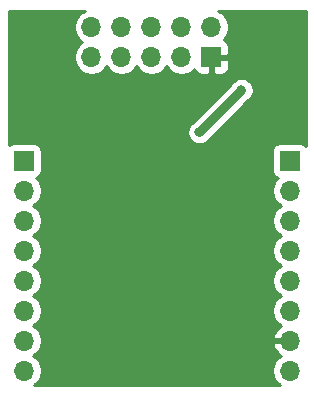
<source format=gbr>
G04 #@! TF.GenerationSoftware,KiCad,Pcbnew,5.1.5-1.fc31*
G04 #@! TF.CreationDate,2020-04-10T18:01:58-07:00*
G04 #@! TF.ProjectId,AdapterBoard,41646170-7465-4724-926f-6172642e6b69,rev?*
G04 #@! TF.SameCoordinates,Original*
G04 #@! TF.FileFunction,Copper,L1,Top*
G04 #@! TF.FilePolarity,Positive*
%FSLAX46Y46*%
G04 Gerber Fmt 4.6, Leading zero omitted, Abs format (unit mm)*
G04 Created by KiCad (PCBNEW 5.1.5-1.fc31) date 2020-04-10 18:01:58*
%MOMM*%
%LPD*%
G04 APERTURE LIST*
%ADD10O,1.700000X1.700000*%
%ADD11R,1.700000X1.700000*%
%ADD12C,0.800000*%
%ADD13C,0.750000*%
%ADD14C,0.254000*%
G04 APERTURE END LIST*
D10*
X157500000Y-78620000D03*
X157500000Y-76080000D03*
X157500000Y-73540000D03*
X157500000Y-71000000D03*
X157500000Y-68460000D03*
X157500000Y-65920000D03*
X157500000Y-63380000D03*
D11*
X157500000Y-60840000D03*
D10*
X140716000Y-49530000D03*
X140716000Y-52070000D03*
X143256000Y-49530000D03*
X143256000Y-52070000D03*
X145796000Y-49530000D03*
X145796000Y-52070000D03*
X148336000Y-49530000D03*
X148336000Y-52070000D03*
X150876000Y-49530000D03*
D11*
X150876000Y-52070000D03*
D10*
X135000000Y-78620000D03*
X135000000Y-76080000D03*
X135000000Y-73540000D03*
X135000000Y-71000000D03*
X135000000Y-68460000D03*
X135000000Y-65920000D03*
X135000000Y-63380000D03*
D11*
X135000000Y-60840000D03*
D12*
X153416000Y-54864000D03*
X149860000Y-58420000D03*
D13*
X153416000Y-54864000D02*
X149860000Y-58420000D01*
D14*
G36*
X140012589Y-48214010D02*
G01*
X139769368Y-48376525D01*
X139562525Y-48583368D01*
X139400010Y-48826589D01*
X139288068Y-49096842D01*
X139231000Y-49383740D01*
X139231000Y-49676260D01*
X139288068Y-49963158D01*
X139400010Y-50233411D01*
X139562525Y-50476632D01*
X139769368Y-50683475D01*
X139943760Y-50800000D01*
X139769368Y-50916525D01*
X139562525Y-51123368D01*
X139400010Y-51366589D01*
X139288068Y-51636842D01*
X139231000Y-51923740D01*
X139231000Y-52216260D01*
X139288068Y-52503158D01*
X139400010Y-52773411D01*
X139562525Y-53016632D01*
X139769368Y-53223475D01*
X140012589Y-53385990D01*
X140282842Y-53497932D01*
X140569740Y-53555000D01*
X140862260Y-53555000D01*
X141149158Y-53497932D01*
X141419411Y-53385990D01*
X141662632Y-53223475D01*
X141869475Y-53016632D01*
X141986000Y-52842240D01*
X142102525Y-53016632D01*
X142309368Y-53223475D01*
X142552589Y-53385990D01*
X142822842Y-53497932D01*
X143109740Y-53555000D01*
X143402260Y-53555000D01*
X143689158Y-53497932D01*
X143959411Y-53385990D01*
X144202632Y-53223475D01*
X144409475Y-53016632D01*
X144526000Y-52842240D01*
X144642525Y-53016632D01*
X144849368Y-53223475D01*
X145092589Y-53385990D01*
X145362842Y-53497932D01*
X145649740Y-53555000D01*
X145942260Y-53555000D01*
X146229158Y-53497932D01*
X146499411Y-53385990D01*
X146742632Y-53223475D01*
X146949475Y-53016632D01*
X147066000Y-52842240D01*
X147182525Y-53016632D01*
X147389368Y-53223475D01*
X147632589Y-53385990D01*
X147902842Y-53497932D01*
X148189740Y-53555000D01*
X148482260Y-53555000D01*
X148769158Y-53497932D01*
X149039411Y-53385990D01*
X149282632Y-53223475D01*
X149414487Y-53091620D01*
X149436498Y-53164180D01*
X149495463Y-53274494D01*
X149574815Y-53371185D01*
X149671506Y-53450537D01*
X149781820Y-53509502D01*
X149901518Y-53545812D01*
X150026000Y-53558072D01*
X150590250Y-53555000D01*
X150749000Y-53396250D01*
X150749000Y-52197000D01*
X151003000Y-52197000D01*
X151003000Y-53396250D01*
X151161750Y-53555000D01*
X151726000Y-53558072D01*
X151850482Y-53545812D01*
X151970180Y-53509502D01*
X152080494Y-53450537D01*
X152177185Y-53371185D01*
X152256537Y-53274494D01*
X152315502Y-53164180D01*
X152351812Y-53044482D01*
X152364072Y-52920000D01*
X152361000Y-52355750D01*
X152202250Y-52197000D01*
X151003000Y-52197000D01*
X150749000Y-52197000D01*
X150729000Y-52197000D01*
X150729000Y-51943000D01*
X150749000Y-51943000D01*
X150749000Y-51923000D01*
X151003000Y-51923000D01*
X151003000Y-51943000D01*
X152202250Y-51943000D01*
X152361000Y-51784250D01*
X152364072Y-51220000D01*
X152351812Y-51095518D01*
X152315502Y-50975820D01*
X152256537Y-50865506D01*
X152177185Y-50768815D01*
X152080494Y-50689463D01*
X151970180Y-50630498D01*
X151897620Y-50608487D01*
X152029475Y-50476632D01*
X152191990Y-50233411D01*
X152303932Y-49963158D01*
X152361000Y-49676260D01*
X152361000Y-49383740D01*
X152303932Y-49096842D01*
X152191990Y-48826589D01*
X152029475Y-48583368D01*
X151822632Y-48376525D01*
X151579411Y-48214010D01*
X151449019Y-48160000D01*
X158840000Y-48160000D01*
X158840001Y-59586112D01*
X158801185Y-59538815D01*
X158704494Y-59459463D01*
X158594180Y-59400498D01*
X158474482Y-59364188D01*
X158350000Y-59351928D01*
X156650000Y-59351928D01*
X156525518Y-59364188D01*
X156405820Y-59400498D01*
X156295506Y-59459463D01*
X156198815Y-59538815D01*
X156119463Y-59635506D01*
X156060498Y-59745820D01*
X156024188Y-59865518D01*
X156011928Y-59990000D01*
X156011928Y-61690000D01*
X156024188Y-61814482D01*
X156060498Y-61934180D01*
X156119463Y-62044494D01*
X156198815Y-62141185D01*
X156295506Y-62220537D01*
X156405820Y-62279502D01*
X156478380Y-62301513D01*
X156346525Y-62433368D01*
X156184010Y-62676589D01*
X156072068Y-62946842D01*
X156015000Y-63233740D01*
X156015000Y-63526260D01*
X156072068Y-63813158D01*
X156184010Y-64083411D01*
X156346525Y-64326632D01*
X156553368Y-64533475D01*
X156727760Y-64650000D01*
X156553368Y-64766525D01*
X156346525Y-64973368D01*
X156184010Y-65216589D01*
X156072068Y-65486842D01*
X156015000Y-65773740D01*
X156015000Y-66066260D01*
X156072068Y-66353158D01*
X156184010Y-66623411D01*
X156346525Y-66866632D01*
X156553368Y-67073475D01*
X156727760Y-67190000D01*
X156553368Y-67306525D01*
X156346525Y-67513368D01*
X156184010Y-67756589D01*
X156072068Y-68026842D01*
X156015000Y-68313740D01*
X156015000Y-68606260D01*
X156072068Y-68893158D01*
X156184010Y-69163411D01*
X156346525Y-69406632D01*
X156553368Y-69613475D01*
X156727760Y-69730000D01*
X156553368Y-69846525D01*
X156346525Y-70053368D01*
X156184010Y-70296589D01*
X156072068Y-70566842D01*
X156015000Y-70853740D01*
X156015000Y-71146260D01*
X156072068Y-71433158D01*
X156184010Y-71703411D01*
X156346525Y-71946632D01*
X156553368Y-72153475D01*
X156727760Y-72270000D01*
X156553368Y-72386525D01*
X156346525Y-72593368D01*
X156184010Y-72836589D01*
X156072068Y-73106842D01*
X156015000Y-73393740D01*
X156015000Y-73686260D01*
X156072068Y-73973158D01*
X156184010Y-74243411D01*
X156346525Y-74486632D01*
X156553368Y-74693475D01*
X156735534Y-74815195D01*
X156618645Y-74884822D01*
X156402412Y-75079731D01*
X156228359Y-75313080D01*
X156103175Y-75575901D01*
X156058524Y-75723110D01*
X156179845Y-75953000D01*
X157373000Y-75953000D01*
X157373000Y-75933000D01*
X157627000Y-75933000D01*
X157627000Y-75953000D01*
X157647000Y-75953000D01*
X157647000Y-76207000D01*
X157627000Y-76207000D01*
X157627000Y-76227000D01*
X157373000Y-76227000D01*
X157373000Y-76207000D01*
X156179845Y-76207000D01*
X156058524Y-76436890D01*
X156103175Y-76584099D01*
X156228359Y-76846920D01*
X156402412Y-77080269D01*
X156618645Y-77275178D01*
X156735534Y-77344805D01*
X156553368Y-77466525D01*
X156346525Y-77673368D01*
X156184010Y-77916589D01*
X156072068Y-78186842D01*
X156015000Y-78473740D01*
X156015000Y-78766260D01*
X156072068Y-79053158D01*
X156184010Y-79323411D01*
X156346525Y-79566632D01*
X156553368Y-79773475D01*
X156652930Y-79840000D01*
X135847070Y-79840000D01*
X135946632Y-79773475D01*
X136153475Y-79566632D01*
X136315990Y-79323411D01*
X136427932Y-79053158D01*
X136485000Y-78766260D01*
X136485000Y-78473740D01*
X136427932Y-78186842D01*
X136315990Y-77916589D01*
X136153475Y-77673368D01*
X135946632Y-77466525D01*
X135772240Y-77350000D01*
X135946632Y-77233475D01*
X136153475Y-77026632D01*
X136315990Y-76783411D01*
X136427932Y-76513158D01*
X136485000Y-76226260D01*
X136485000Y-75933740D01*
X136427932Y-75646842D01*
X136315990Y-75376589D01*
X136153475Y-75133368D01*
X135946632Y-74926525D01*
X135772240Y-74810000D01*
X135946632Y-74693475D01*
X136153475Y-74486632D01*
X136315990Y-74243411D01*
X136427932Y-73973158D01*
X136485000Y-73686260D01*
X136485000Y-73393740D01*
X136427932Y-73106842D01*
X136315990Y-72836589D01*
X136153475Y-72593368D01*
X135946632Y-72386525D01*
X135772240Y-72270000D01*
X135946632Y-72153475D01*
X136153475Y-71946632D01*
X136315990Y-71703411D01*
X136427932Y-71433158D01*
X136485000Y-71146260D01*
X136485000Y-70853740D01*
X136427932Y-70566842D01*
X136315990Y-70296589D01*
X136153475Y-70053368D01*
X135946632Y-69846525D01*
X135772240Y-69730000D01*
X135946632Y-69613475D01*
X136153475Y-69406632D01*
X136315990Y-69163411D01*
X136427932Y-68893158D01*
X136485000Y-68606260D01*
X136485000Y-68313740D01*
X136427932Y-68026842D01*
X136315990Y-67756589D01*
X136153475Y-67513368D01*
X135946632Y-67306525D01*
X135772240Y-67190000D01*
X135946632Y-67073475D01*
X136153475Y-66866632D01*
X136315990Y-66623411D01*
X136427932Y-66353158D01*
X136485000Y-66066260D01*
X136485000Y-65773740D01*
X136427932Y-65486842D01*
X136315990Y-65216589D01*
X136153475Y-64973368D01*
X135946632Y-64766525D01*
X135772240Y-64650000D01*
X135946632Y-64533475D01*
X136153475Y-64326632D01*
X136315990Y-64083411D01*
X136427932Y-63813158D01*
X136485000Y-63526260D01*
X136485000Y-63233740D01*
X136427932Y-62946842D01*
X136315990Y-62676589D01*
X136153475Y-62433368D01*
X136021620Y-62301513D01*
X136094180Y-62279502D01*
X136204494Y-62220537D01*
X136301185Y-62141185D01*
X136380537Y-62044494D01*
X136439502Y-61934180D01*
X136475812Y-61814482D01*
X136488072Y-61690000D01*
X136488072Y-59990000D01*
X136475812Y-59865518D01*
X136439502Y-59745820D01*
X136380537Y-59635506D01*
X136301185Y-59538815D01*
X136204494Y-59459463D01*
X136094180Y-59400498D01*
X135974482Y-59364188D01*
X135850000Y-59351928D01*
X134150000Y-59351928D01*
X134025518Y-59364188D01*
X133905820Y-59400498D01*
X133795506Y-59459463D01*
X133731000Y-59512402D01*
X133731000Y-58318061D01*
X148825000Y-58318061D01*
X148825000Y-58521939D01*
X148864774Y-58721898D01*
X148942795Y-58910256D01*
X149056063Y-59079774D01*
X149200226Y-59223937D01*
X149369744Y-59337205D01*
X149558102Y-59415226D01*
X149758061Y-59455000D01*
X149961939Y-59455000D01*
X150161898Y-59415226D01*
X150350256Y-59337205D01*
X150519774Y-59223937D01*
X150663937Y-59079774D01*
X150735132Y-58973223D01*
X153969223Y-55739132D01*
X154075774Y-55667937D01*
X154219937Y-55523774D01*
X154333205Y-55354256D01*
X154411226Y-55165898D01*
X154451000Y-54965939D01*
X154451000Y-54762061D01*
X154411226Y-54562102D01*
X154333205Y-54373744D01*
X154219937Y-54204226D01*
X154075774Y-54060063D01*
X153906256Y-53946795D01*
X153717898Y-53868774D01*
X153517939Y-53829000D01*
X153314061Y-53829000D01*
X153114102Y-53868774D01*
X152925744Y-53946795D01*
X152756226Y-54060063D01*
X152612063Y-54204226D01*
X152540868Y-54310777D01*
X149306777Y-57544868D01*
X149200226Y-57616063D01*
X149056063Y-57760226D01*
X148942795Y-57929744D01*
X148864774Y-58118102D01*
X148825000Y-58318061D01*
X133731000Y-58318061D01*
X133731000Y-48160000D01*
X140142981Y-48160000D01*
X140012589Y-48214010D01*
G37*
X140012589Y-48214010D02*
X139769368Y-48376525D01*
X139562525Y-48583368D01*
X139400010Y-48826589D01*
X139288068Y-49096842D01*
X139231000Y-49383740D01*
X139231000Y-49676260D01*
X139288068Y-49963158D01*
X139400010Y-50233411D01*
X139562525Y-50476632D01*
X139769368Y-50683475D01*
X139943760Y-50800000D01*
X139769368Y-50916525D01*
X139562525Y-51123368D01*
X139400010Y-51366589D01*
X139288068Y-51636842D01*
X139231000Y-51923740D01*
X139231000Y-52216260D01*
X139288068Y-52503158D01*
X139400010Y-52773411D01*
X139562525Y-53016632D01*
X139769368Y-53223475D01*
X140012589Y-53385990D01*
X140282842Y-53497932D01*
X140569740Y-53555000D01*
X140862260Y-53555000D01*
X141149158Y-53497932D01*
X141419411Y-53385990D01*
X141662632Y-53223475D01*
X141869475Y-53016632D01*
X141986000Y-52842240D01*
X142102525Y-53016632D01*
X142309368Y-53223475D01*
X142552589Y-53385990D01*
X142822842Y-53497932D01*
X143109740Y-53555000D01*
X143402260Y-53555000D01*
X143689158Y-53497932D01*
X143959411Y-53385990D01*
X144202632Y-53223475D01*
X144409475Y-53016632D01*
X144526000Y-52842240D01*
X144642525Y-53016632D01*
X144849368Y-53223475D01*
X145092589Y-53385990D01*
X145362842Y-53497932D01*
X145649740Y-53555000D01*
X145942260Y-53555000D01*
X146229158Y-53497932D01*
X146499411Y-53385990D01*
X146742632Y-53223475D01*
X146949475Y-53016632D01*
X147066000Y-52842240D01*
X147182525Y-53016632D01*
X147389368Y-53223475D01*
X147632589Y-53385990D01*
X147902842Y-53497932D01*
X148189740Y-53555000D01*
X148482260Y-53555000D01*
X148769158Y-53497932D01*
X149039411Y-53385990D01*
X149282632Y-53223475D01*
X149414487Y-53091620D01*
X149436498Y-53164180D01*
X149495463Y-53274494D01*
X149574815Y-53371185D01*
X149671506Y-53450537D01*
X149781820Y-53509502D01*
X149901518Y-53545812D01*
X150026000Y-53558072D01*
X150590250Y-53555000D01*
X150749000Y-53396250D01*
X150749000Y-52197000D01*
X151003000Y-52197000D01*
X151003000Y-53396250D01*
X151161750Y-53555000D01*
X151726000Y-53558072D01*
X151850482Y-53545812D01*
X151970180Y-53509502D01*
X152080494Y-53450537D01*
X152177185Y-53371185D01*
X152256537Y-53274494D01*
X152315502Y-53164180D01*
X152351812Y-53044482D01*
X152364072Y-52920000D01*
X152361000Y-52355750D01*
X152202250Y-52197000D01*
X151003000Y-52197000D01*
X150749000Y-52197000D01*
X150729000Y-52197000D01*
X150729000Y-51943000D01*
X150749000Y-51943000D01*
X150749000Y-51923000D01*
X151003000Y-51923000D01*
X151003000Y-51943000D01*
X152202250Y-51943000D01*
X152361000Y-51784250D01*
X152364072Y-51220000D01*
X152351812Y-51095518D01*
X152315502Y-50975820D01*
X152256537Y-50865506D01*
X152177185Y-50768815D01*
X152080494Y-50689463D01*
X151970180Y-50630498D01*
X151897620Y-50608487D01*
X152029475Y-50476632D01*
X152191990Y-50233411D01*
X152303932Y-49963158D01*
X152361000Y-49676260D01*
X152361000Y-49383740D01*
X152303932Y-49096842D01*
X152191990Y-48826589D01*
X152029475Y-48583368D01*
X151822632Y-48376525D01*
X151579411Y-48214010D01*
X151449019Y-48160000D01*
X158840000Y-48160000D01*
X158840001Y-59586112D01*
X158801185Y-59538815D01*
X158704494Y-59459463D01*
X158594180Y-59400498D01*
X158474482Y-59364188D01*
X158350000Y-59351928D01*
X156650000Y-59351928D01*
X156525518Y-59364188D01*
X156405820Y-59400498D01*
X156295506Y-59459463D01*
X156198815Y-59538815D01*
X156119463Y-59635506D01*
X156060498Y-59745820D01*
X156024188Y-59865518D01*
X156011928Y-59990000D01*
X156011928Y-61690000D01*
X156024188Y-61814482D01*
X156060498Y-61934180D01*
X156119463Y-62044494D01*
X156198815Y-62141185D01*
X156295506Y-62220537D01*
X156405820Y-62279502D01*
X156478380Y-62301513D01*
X156346525Y-62433368D01*
X156184010Y-62676589D01*
X156072068Y-62946842D01*
X156015000Y-63233740D01*
X156015000Y-63526260D01*
X156072068Y-63813158D01*
X156184010Y-64083411D01*
X156346525Y-64326632D01*
X156553368Y-64533475D01*
X156727760Y-64650000D01*
X156553368Y-64766525D01*
X156346525Y-64973368D01*
X156184010Y-65216589D01*
X156072068Y-65486842D01*
X156015000Y-65773740D01*
X156015000Y-66066260D01*
X156072068Y-66353158D01*
X156184010Y-66623411D01*
X156346525Y-66866632D01*
X156553368Y-67073475D01*
X156727760Y-67190000D01*
X156553368Y-67306525D01*
X156346525Y-67513368D01*
X156184010Y-67756589D01*
X156072068Y-68026842D01*
X156015000Y-68313740D01*
X156015000Y-68606260D01*
X156072068Y-68893158D01*
X156184010Y-69163411D01*
X156346525Y-69406632D01*
X156553368Y-69613475D01*
X156727760Y-69730000D01*
X156553368Y-69846525D01*
X156346525Y-70053368D01*
X156184010Y-70296589D01*
X156072068Y-70566842D01*
X156015000Y-70853740D01*
X156015000Y-71146260D01*
X156072068Y-71433158D01*
X156184010Y-71703411D01*
X156346525Y-71946632D01*
X156553368Y-72153475D01*
X156727760Y-72270000D01*
X156553368Y-72386525D01*
X156346525Y-72593368D01*
X156184010Y-72836589D01*
X156072068Y-73106842D01*
X156015000Y-73393740D01*
X156015000Y-73686260D01*
X156072068Y-73973158D01*
X156184010Y-74243411D01*
X156346525Y-74486632D01*
X156553368Y-74693475D01*
X156735534Y-74815195D01*
X156618645Y-74884822D01*
X156402412Y-75079731D01*
X156228359Y-75313080D01*
X156103175Y-75575901D01*
X156058524Y-75723110D01*
X156179845Y-75953000D01*
X157373000Y-75953000D01*
X157373000Y-75933000D01*
X157627000Y-75933000D01*
X157627000Y-75953000D01*
X157647000Y-75953000D01*
X157647000Y-76207000D01*
X157627000Y-76207000D01*
X157627000Y-76227000D01*
X157373000Y-76227000D01*
X157373000Y-76207000D01*
X156179845Y-76207000D01*
X156058524Y-76436890D01*
X156103175Y-76584099D01*
X156228359Y-76846920D01*
X156402412Y-77080269D01*
X156618645Y-77275178D01*
X156735534Y-77344805D01*
X156553368Y-77466525D01*
X156346525Y-77673368D01*
X156184010Y-77916589D01*
X156072068Y-78186842D01*
X156015000Y-78473740D01*
X156015000Y-78766260D01*
X156072068Y-79053158D01*
X156184010Y-79323411D01*
X156346525Y-79566632D01*
X156553368Y-79773475D01*
X156652930Y-79840000D01*
X135847070Y-79840000D01*
X135946632Y-79773475D01*
X136153475Y-79566632D01*
X136315990Y-79323411D01*
X136427932Y-79053158D01*
X136485000Y-78766260D01*
X136485000Y-78473740D01*
X136427932Y-78186842D01*
X136315990Y-77916589D01*
X136153475Y-77673368D01*
X135946632Y-77466525D01*
X135772240Y-77350000D01*
X135946632Y-77233475D01*
X136153475Y-77026632D01*
X136315990Y-76783411D01*
X136427932Y-76513158D01*
X136485000Y-76226260D01*
X136485000Y-75933740D01*
X136427932Y-75646842D01*
X136315990Y-75376589D01*
X136153475Y-75133368D01*
X135946632Y-74926525D01*
X135772240Y-74810000D01*
X135946632Y-74693475D01*
X136153475Y-74486632D01*
X136315990Y-74243411D01*
X136427932Y-73973158D01*
X136485000Y-73686260D01*
X136485000Y-73393740D01*
X136427932Y-73106842D01*
X136315990Y-72836589D01*
X136153475Y-72593368D01*
X135946632Y-72386525D01*
X135772240Y-72270000D01*
X135946632Y-72153475D01*
X136153475Y-71946632D01*
X136315990Y-71703411D01*
X136427932Y-71433158D01*
X136485000Y-71146260D01*
X136485000Y-70853740D01*
X136427932Y-70566842D01*
X136315990Y-70296589D01*
X136153475Y-70053368D01*
X135946632Y-69846525D01*
X135772240Y-69730000D01*
X135946632Y-69613475D01*
X136153475Y-69406632D01*
X136315990Y-69163411D01*
X136427932Y-68893158D01*
X136485000Y-68606260D01*
X136485000Y-68313740D01*
X136427932Y-68026842D01*
X136315990Y-67756589D01*
X136153475Y-67513368D01*
X135946632Y-67306525D01*
X135772240Y-67190000D01*
X135946632Y-67073475D01*
X136153475Y-66866632D01*
X136315990Y-66623411D01*
X136427932Y-66353158D01*
X136485000Y-66066260D01*
X136485000Y-65773740D01*
X136427932Y-65486842D01*
X136315990Y-65216589D01*
X136153475Y-64973368D01*
X135946632Y-64766525D01*
X135772240Y-64650000D01*
X135946632Y-64533475D01*
X136153475Y-64326632D01*
X136315990Y-64083411D01*
X136427932Y-63813158D01*
X136485000Y-63526260D01*
X136485000Y-63233740D01*
X136427932Y-62946842D01*
X136315990Y-62676589D01*
X136153475Y-62433368D01*
X136021620Y-62301513D01*
X136094180Y-62279502D01*
X136204494Y-62220537D01*
X136301185Y-62141185D01*
X136380537Y-62044494D01*
X136439502Y-61934180D01*
X136475812Y-61814482D01*
X136488072Y-61690000D01*
X136488072Y-59990000D01*
X136475812Y-59865518D01*
X136439502Y-59745820D01*
X136380537Y-59635506D01*
X136301185Y-59538815D01*
X136204494Y-59459463D01*
X136094180Y-59400498D01*
X135974482Y-59364188D01*
X135850000Y-59351928D01*
X134150000Y-59351928D01*
X134025518Y-59364188D01*
X133905820Y-59400498D01*
X133795506Y-59459463D01*
X133731000Y-59512402D01*
X133731000Y-58318061D01*
X148825000Y-58318061D01*
X148825000Y-58521939D01*
X148864774Y-58721898D01*
X148942795Y-58910256D01*
X149056063Y-59079774D01*
X149200226Y-59223937D01*
X149369744Y-59337205D01*
X149558102Y-59415226D01*
X149758061Y-59455000D01*
X149961939Y-59455000D01*
X150161898Y-59415226D01*
X150350256Y-59337205D01*
X150519774Y-59223937D01*
X150663937Y-59079774D01*
X150735132Y-58973223D01*
X153969223Y-55739132D01*
X154075774Y-55667937D01*
X154219937Y-55523774D01*
X154333205Y-55354256D01*
X154411226Y-55165898D01*
X154451000Y-54965939D01*
X154451000Y-54762061D01*
X154411226Y-54562102D01*
X154333205Y-54373744D01*
X154219937Y-54204226D01*
X154075774Y-54060063D01*
X153906256Y-53946795D01*
X153717898Y-53868774D01*
X153517939Y-53829000D01*
X153314061Y-53829000D01*
X153114102Y-53868774D01*
X152925744Y-53946795D01*
X152756226Y-54060063D01*
X152612063Y-54204226D01*
X152540868Y-54310777D01*
X149306777Y-57544868D01*
X149200226Y-57616063D01*
X149056063Y-57760226D01*
X148942795Y-57929744D01*
X148864774Y-58118102D01*
X148825000Y-58318061D01*
X133731000Y-58318061D01*
X133731000Y-48160000D01*
X140142981Y-48160000D01*
X140012589Y-48214010D01*
M02*

</source>
